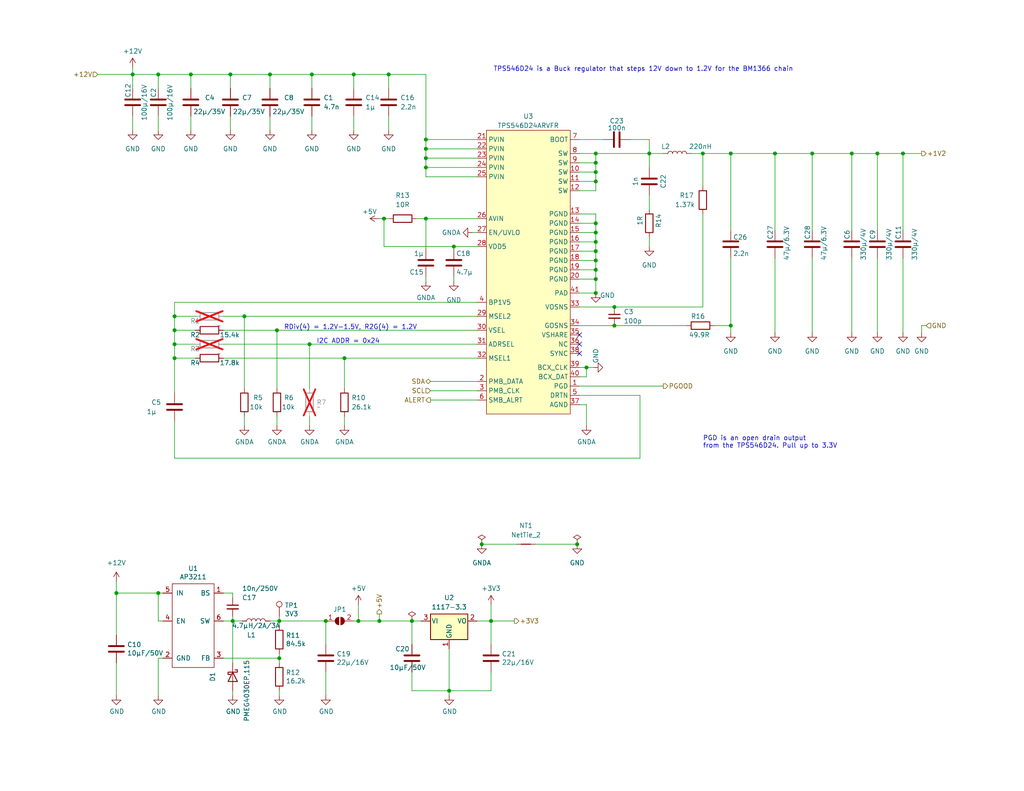
<source format=kicad_sch>
(kicad_sch (version 20231120) (generator "eeschema") (generator_version "8.0")
  (paper "A")
  (title_block (title "bitaxeHex") (date "2023-12-28") (rev "302"))
  (lib_symbols
    (symbol "Connector:TestPoint" (pin_numbers hide) (pin_names (offset 0.762) hide)
      (property "Reference" "TP" (at 0 6.858 0))
      (property "Value" "TestPoint" (at 0 5.08 0))
      (symbol "TestPoint_0_1"
        (circle (center 0 3.302) (radius 0.762))
      )
      (symbol "TestPoint_1_1"
        (pin passive line (at 0 0 90) (length 2.54) (name "1") (number "1"))
      )
    )
    (symbol "Device:C" (pin_numbers hide) (pin_names (offset 0.254))
      (property "Reference" "C" (at 0.635 2.54 0))
      (property "Value" "C" (at 0.635 -2.54 0))
      (symbol "C_0_1"
        (polyline (pts (xy -2.032 -0.762) (xy 2.032 -0.762)) (stroke (width 0.508)))
        (polyline (pts (xy -2.032 0.762) (xy 2.032 0.762)) (stroke (width 0.508)))
      )
      (symbol "C_1_1"
        (pin passive line (at 0 3.81 270) (length 2.794) (name "~") (number "1"))
        (pin passive line (at 0 -3.81 90) (length 2.794) (name "~") (number "2"))
      )
    )
    (symbol "Device:C_Small" (pin_numbers hide) (pin_names (offset 0.254) hide)
      (property "Reference" "C" (at 0.254 1.778 0))
      (property "Value" "C_Small" (at 0.254 -2.032 0))
      (symbol "C_Small_0_1"
        (polyline (pts (xy -1.524 -0.508) (xy 1.524 -0.508)) (stroke (width 0.3302)))
        (polyline (pts (xy -1.524 0.508) (xy 1.524 0.508)) (stroke (width 0.3048)))
      )
      (symbol "C_Small_1_1"
        (pin passive line (at 0 2.54 270) (length 2.032) (name "~") (number "1"))
        (pin passive line (at 0 -2.54 90) (length 2.032) (name "~") (number "2"))
      )
    )
    (symbol "Device:D_Schottky" (pin_numbers hide) (pin_names (offset 1.016) hide)
      (property "Reference" "D" (at 0 2.54 0))
      (property "Value" "D_Schottky" (at 0 -2.54 0))
      (symbol "D_Schottky_0_1"
        (polyline (pts (xy 1.27 0) (xy -1.27 0)))
        (polyline (pts (xy 1.27 1.27) (xy 1.27 -1.27) (xy -1.27 0) (xy 1.27 1.27)) (stroke (width 0.254)))
        (polyline (pts (xy -1.905 0.635) (xy -1.905 1.27) (xy -1.27 1.27) (xy -1.27 -1.27) (xy -0.635 -1.27) (xy -0.635 -0.635)) (stroke (width 0.254)))
      )
      (symbol "D_Schottky_1_1"
        (pin passive line (at -3.81 0 0) (length 2.54) (name "K") (number "1"))
        (pin passive line (at 3.81 0 180) (length 2.54) (name "A") (number "2"))
      )
    )
    (symbol "Device:L" (pin_numbers hide) (pin_names (offset 1.016) hide)
      (property "Reference" "L" (at -1.27 0 90))
      (property "Value" "L" (at 1.905 0 90))
      (symbol "L_0_1"
        (arc (start 0 -2.54) (mid 0.6323 -1.905) (end 0 -1.27))
        (arc (start 0 -1.27) (mid 0.6323 -0.635) (end 0 0))
        (arc (start 0 0) (mid 0.6323 0.635) (end 0 1.27))
        (arc (start 0 1.27) (mid 0.6323 1.905) (end 0 2.54))
      )
      (symbol "L_1_1"
        (pin passive line (at 0 3.81 270) (length 1.27) (name "1") (number "1"))
        (pin passive line (at 0 -3.81 90) (length 1.27) (name "2") (number "2"))
      )
    )
    (symbol "Device:NetTie_2" (pin_numbers hide) (pin_names (offset 0) hide) (in_bom no)
      (property "Reference" "NT" (at 0 1.27 0))
      (property "Value" "NetTie_2" (at 0 -1.27 0))
      (symbol "NetTie_2_0_1"
        (polyline (pts (xy -1.27 0) (xy 1.27 0)) (stroke (width 0.254)))
      )
      (symbol "NetTie_2_1_1"
        (pin passive line (at -2.54 0 0) (length 2.54) (name "1") (number "1"))
        (pin passive line (at 2.54 0 180) (length 2.54) (name "2") (number "2"))
      )
    )
    (symbol "Device:R" (pin_numbers hide) (pin_names (offset 0))
      (property "Reference" "R" (at 2.032 0 90))
      (property "Value" "R" (at 0 0 90))
      (symbol "R_0_1"
        (rectangle (start -1.016 -2.54) (end 1.016 2.54) (stroke (width 0.254)))
      )
      (symbol "R_1_1"
        (pin passive line (at 0 3.81 270) (length 1.27) (name "~") (number "1"))
        (pin passive line (at 0 -3.81 90) (length 1.27) (name "~") (number "2"))
      )
    )
    (symbol "Jumper:SolderJumper_2_Open" (pin_names (offset 0) hide)
      (property "Reference" "JP" (at 0 2.032 0))
      (property "Value" "SolderJumper_2_Open" (at 0 -2.54 0))
      (symbol "SolderJumper_2_Open_0_1"
        (arc (start -0.254 1.016) (mid -1.2656 0) (end -0.254 -1.016))
        (arc (start -0.254 1.016) (mid -1.2656 0) (end -0.254 -1.016) (fill (type outline)))
        (polyline (pts (xy -0.254 1.016) (xy -0.254 -1.016)))
        (polyline (pts (xy 0.254 1.016) (xy 0.254 -1.016)))
        (arc (start 0.254 -1.016) (mid 1.2656 0) (end 0.254 1.016))
        (arc (start 0.254 -1.016) (mid 1.2656 0) (end 0.254 1.016) (fill (type outline)))
      )
      (symbol "SolderJumper_2_Open_1_1"
        (pin passive line (at -3.81 0 0) (length 2.54) (name "A") (number "1"))
        (pin passive line (at 3.81 0 180) (length 2.54) (name "B") (number "2"))
      )
    )
    (symbol "Regulator_Linear:AZ1117-3.3" (pin_names (offset 0.254))
      (property "Reference" "U" (at -3.81 3.175 0))
      (property "Value" "AZ1117-3.3" (at 0 3.175 0))
      (symbol "AZ1117-3.3_0_1"
        (rectangle (start -5.08 1.905) (end 5.08 -5.08) (stroke (width 0.254)) (fill (type background)))
      )
      (symbol "AZ1117-3.3_1_1"
        (pin power_in line (at 0 -7.62 90) (length 2.54) (name "GND") (number "1"))
        (pin power_out line (at 7.62 0 180) (length 2.54) (name "VO") (number "2"))
        (pin power_in line (at -7.62 0 0) (length 2.54) (name "VI") (number "3"))
      )
    )
    (symbol "mylib7:TPS546D24"
      (property "Reference" "U3" (at 0 45.72 0))
      (property "Value" "TPS546D24ARVFR" (at 0 43.18 0))
      (symbol "TPS546D24_0_1"
        (rectangle (start -11.43 41.91) (end 11.43 -35.56) (stroke (width 0.1524)) (fill (type background)))
      )
      (symbol "TPS546D24_1_1"
        (pin input line (at 13.97 -27.94 180) (length 2.54) (name "PGD") (number "1"))
        (pin power_in line (at 13.97 30.48 180) (length 2.54) (name "SW") (number "10"))
        (pin output line (at 13.97 27.94 180) (length 2.54) (name "SW") (number "11"))
        (pin power_out line (at 13.97 25.4 180) (length 2.54) (name "SW") (number "12"))
        (pin output line (at 13.97 19.05 180) (length 2.54) (name "PGND") (number "13"))
        (pin output line (at 13.97 16.51 180) (length 2.54) (name "PGND") (number "14"))
        (pin input line (at 13.97 13.97 180) (length 2.54) (name "PGND") (number "15"))
        (pin input line (at 13.97 11.43 180) (length 2.54) (name "PGND") (number "16"))
        (pin power_in line (at 13.97 8.89 180) (length 2.54) (name "PGND") (number "17"))
        (pin input line (at 13.97 6.35 180) (length 2.54) (name "PGND") (number "18"))
        (pin input line (at 13.97 3.81 180) (length 2.54) (name "PGND") (number "19"))
        (pin input line (at -13.97 -26.67 0) (length 2.54) (name "PMB_DATA") (number "2"))
        (pin power_in line (at 13.97 1.27 180) (length 2.54) (name "PGND") (number "20"))
        (pin input line (at -13.97 39.37 0) (length 2.54) (name "PVIN") (number "21"))
        (pin input line (at -13.97 36.83 0) (length 2.54) (name "PVIN") (number "22"))
        (pin input line (at -13.97 34.29 0) (length 2.54) (name "PVIN") (number "23"))
        (pin input line (at -13.97 31.75 0) (length 2.54) (name "PVIN") (number "24"))
        (pin input line (at -13.97 29.21 0) (length 2.54) (name "PVIN") (number "25"))
        (pin input line (at -13.97 17.78 0) (length 2.54) (name "AVIN") (number "26"))
        (pin input line (at -13.97 13.97 0) (length 2.54) (name "EN/UVLO") (number "27"))
        (pin output line (at -13.97 10.16 0) (length 2.54) (name "VDD5") (number "28"))
        (pin power_in line (at -13.97 -8.89 0) (length 2.54) (name "MSEL2") (number "29"))
        (pin input line (at -13.97 -29.21 0) (length 2.54) (name "PMB_CLK") (number "3"))
        (pin power_in line (at -13.97 -12.7 0) (length 2.54) (name "VSEL") (number "30"))
        (pin output line (at -13.97 -16.51 0) (length 2.54) (name "ADRSEL") (number "31"))
        (pin power_out line (at -13.97 -20.32 0) (length 2.54) (name "MSEL1") (number "32"))
        (pin output line (at 13.97 -6.35 180) (length 2.54) (name "VOSNS") (number "33"))
        (pin output line (at 13.97 -11.43 180) (length 2.54) (name "GOSNS") (number "34"))
        (pin input line (at 13.97 -13.97 180) (length 2.54) (name "VSHARE") (number "35"))
        (pin input line (at 13.97 -16.51 180) (length 2.54) (name "NC") (number "36"))
        (pin power_in line (at 13.97 -33.02 180) (length 2.54) (name "AGND") (number "37"))
        (pin input line (at 13.97 -19.05 180) (length 2.54) (name "SYNC") (number "38"))
        (pin input line (at 13.97 -22.86 180) (length 2.54) (name "BCX_CLK") (number "39"))
        (pin input line (at -13.97 -5.08 0) (length 2.54) (name "BP1V5") (number "4"))
        (pin input line (at 13.97 -25.4 180) (length 2.54) (name "BCX_DAT") (number "40"))
        (pin power_in line (at 13.97 -2.54 180) (length 2.54) (name "PAD") (number "41"))
        (pin input line (at 13.97 -30.48 180) (length 2.54) (name "DRTN") (number "5"))
        (pin input line (at -13.97 -31.75 0) (length 2.54) (name "SMB_ALRT") (number "6"))
        (pin input line (at 13.97 39.37 180) (length 2.54) (name "BOOT") (number "7"))
        (pin output line (at 13.97 35.56 180) (length 2.54) (name "SW") (number "8"))
        (pin power_in line (at 13.97 33.02 180) (length 2.54) (name "SW") (number "9"))
      )
    )
    (symbol "pferdibank-rescue:AP3211-mylib" (pin_names (offset 1.016))
      (property "Reference" "U" (at -5.08 11.43 0))
      (property "Value" "mylib_AP3211" (at 0 -15.24 0))
      (symbol "AP3211-mylib_0_1"
        (rectangle (start -6.35 10.16) (end 5.08 -12.7))
      )
      (symbol "AP3211-mylib_1_1"
        (pin passive line (at 7.62 7.62 180) (length 2.54) (name "BS") (number "1"))
        (pin power_in line (at -8.89 -10.16 0) (length 2.54) (name "GND") (number "2"))
        (pin input line (at 7.62 -10.16 180) (length 2.54) (name "FB") (number "3"))
        (pin input line (at -8.89 0 0) (length 2.54) (name "EN") (number "4"))
        (pin input line (at -8.89 7.62 0) (length 2.54) (name "IN") (number "5"))
        (pin power_out line (at 7.62 0 180) (length 2.54) (name "SW") (number "6"))
      )
    )
    (symbol "power:+12V" (power) (pin_names (offset 0))
      (property "Value" "+12V" (at 0 3.556 0))
      (symbol "+12V_0_1"
        (polyline (pts (xy -0.762 1.27) (xy 0 2.54)))
        (polyline (pts (xy 0 0) (xy 0 2.54)))
        (polyline (pts (xy 0 2.54) (xy 0.762 1.27)))
      )
      (symbol "+12V_1_1"
        (pin power_in line (at 0 0 90) (length 0) hide (name "+12V") (number "1"))
      )
    )
    (symbol "power:+3V3" (power) (pin_names (offset 0))
      (property "Value" "+3V3" (at 0 3.556 0))
      (symbol "+3V3_0_1"
        (polyline (pts (xy -0.762 1.27) (xy 0 2.54)))
        (polyline (pts (xy 0 0) (xy 0 2.54)))
        (polyline (pts (xy 0 2.54) (xy 0.762 1.27)))
      )
      (symbol "+3V3_1_1"
        (pin power_in line (at 0 0 90) (length 0) hide (name "+3V3") (number "1"))
      )
    )
    (symbol "power:+5V" (power) (pin_names (offset 0))
      (property "Value" "+5V" (at 0 3.556 0))
      (symbol "+5V_0_1"
        (polyline (pts (xy -0.762 1.27) (xy 0 2.54)))
        (polyline (pts (xy 0 0) (xy 0 2.54)))
        (polyline (pts (xy 0 2.54) (xy 0.762 1.27)))
      )
      (symbol "+5V_1_1"
        (pin power_in line (at 0 0 90) (length 0) hide (name "+5V") (number "1"))
      )
    )
    (symbol "power:GND" (power) (pin_names (offset 0))
      (property "Value" "GND" (at 0 -3.81 0))
      (symbol "GND_0_1"
        (polyline (pts (xy 0 0) (xy 0 -1.27) (xy 1.27 -1.27) (xy 0 -2.54) (xy -1.27 -1.27) (xy 0 -1.27)))
      )
      (symbol "GND_1_1"
        (pin power_in line (at 0 0 270) (length 0) hide (name "GND") (number "1"))
      )
    )
    (symbol "power:GNDA" (power) (pin_names (offset 0))
      (property "Value" "GNDA" (at 0 -3.81 0))
      (symbol "GNDA_0_1"
        (polyline (pts (xy 0 0) (xy 0 -1.27) (xy 1.27 -1.27) (xy 0 -2.54) (xy -1.27 -1.27) (xy 0 -1.27)))
      )
      (symbol "GNDA_1_1"
        (pin power_in line (at 0 0 270) (length 0) hide (name "GNDA") (number "1"))
      )
    )
    (symbol "power:PWR_FLAG" (power) (pin_numbers hide) (pin_names (offset 0) hide)
      (property "Value" "PWR_FLAG" (at 0 3.81 0))
      (symbol "PWR_FLAG_0_0"
        (pin power_out line (at 0 0 90) (length 0) (name "pwr") (number "1"))
      )
      (symbol "PWR_FLAG_0_1"
        (polyline (pts (xy 0 0) (xy 0 1.27) (xy -1.016 1.905) (xy 0 2.54) (xy 1.016 1.905) (xy 0 1.27)))
      )
    )
  )
  (junction (at 43.18 20.32))
  (junction (at 199.39 88.9))
  (junction (at 47.625 90.17))
  (junction (at 116.205 59.69))
  (junction (at 232.41 41.91))
  (junction (at 116.205 40.64))
  (junction (at 36.195 20.32))
  (junction (at 246.38 41.91))
  (junction (at 133.985 169.545))
  (junction (at 85.09 20.32))
  (junction (at 76.2 169.545))
  (junction (at 66.675 86.36))
  (junction (at 47.625 93.98))
  (junction (at 162.56 71.12))
  (junction (at 116.205 38.1))
  (junction (at 162.56 41.91))
  (junction (at 104.775 59.69))
  (junction (at 131.445 148.59))
  (junction (at 62.865 20.32))
  (junction (at 162.56 49.53))
  (junction (at 63.5 169.545))
  (junction (at 162.56 46.99))
  (junction (at 88.9 169.545))
  (junction (at 167.64 83.82))
  (junction (at 177.165 41.91))
  (junction (at 162.56 44.45))
  (junction (at 157.48 148.59))
  (junction (at 162.56 76.2))
  (junction (at 211.455 41.91))
  (junction (at 162.56 60.96))
  (junction (at 162.56 80.01))
  (junction (at 162.56 68.58))
  (junction (at 103.505 169.545))
  (junction (at 221.615 41.91))
  (junction (at 112.395 169.545))
  (junction (at 73.66 20.32))
  (junction (at 47.625 86.36))
  (junction (at 199.39 41.91))
  (junction (at 106.045 20.32))
  (junction (at 116.205 45.72))
  (junction (at 123.825 67.31))
  (junction (at 162.56 73.66))
  (junction (at 84.455 93.98))
  (junction (at 116.205 43.18))
  (junction (at 162.56 63.5))
  (junction (at 122.555 188.595))
  (junction (at 96.52 20.32))
  (junction (at 167.64 88.9))
  (junction (at 52.07 20.32))
  (junction (at 75.565 90.17))
  (junction (at 47.625 97.79))
  (junction (at 239.395 41.91))
  (junction (at 43.18 161.925))
  (junction (at 191.77 41.91))
  (junction (at 160.02 100.33))
  (junction (at 162.56 66.04))
  (junction (at 31.75 161.925))
  (junction (at 93.98 97.79))
  (junction (at 76.2 179.705))
  (junction (at 97.79 169.545))
  (no_connect (at 158.115 96.52))
  (no_connect (at 158.115 91.44))
  (no_connect (at 158.115 93.98))
  (wire (pts (xy 130.175 48.26) (xy 116.205 48.26)))
  (wire (pts (xy 104.775 59.69) (xy 106.045 59.69)))
  (wire (pts (xy 131.445 148.59) (xy 140.97 148.59)))
  (wire (pts (xy 167.64 83.82) (xy 191.77 83.82)))
  (wire (pts (xy 232.41 70.485) (xy 232.41 90.805)))
  (wire (pts (xy 162.56 71.12) (xy 162.56 73.66)))
  (wire (pts (xy 84.455 93.98) (xy 130.175 93.98)))
  (wire (pts (xy 36.195 20.32) (xy 43.18 20.32)))
  (wire (pts (xy 36.195 31.75) (xy 36.195 35.56)))
  (wire (pts (xy 76.2 168.275) (xy 76.2 169.545)))
  (wire (pts (xy 158.115 88.9) (xy 167.64 88.9)))
  (wire (pts (xy 47.625 93.98) (xy 47.625 90.17)))
  (wire (pts (xy 62.865 20.32) (xy 52.07 20.32)))
  (wire (pts (xy 162.56 66.04) (xy 162.56 68.58)))
  (wire (pts (xy 158.115 60.96) (xy 162.56 60.96)))
  (wire (pts (xy 84.455 113.665) (xy 84.455 116.205)))
  (wire (pts (xy 103.505 169.545) (xy 112.395 169.545)))
  (wire (pts (xy 160.02 100.33) (xy 161.925 100.33)))
  (wire (pts (xy 158.115 52.07) (xy 162.56 52.07)))
  (wire (pts (xy 43.18 179.705) (xy 44.45 179.705)))
  (wire (pts (xy 177.165 53.34) (xy 177.165 57.15)))
  (wire (pts (xy 133.985 165.1) (xy 133.985 169.545)))
  (wire (pts (xy 191.77 41.91) (xy 199.39 41.91)))
  (wire (pts (xy 158.115 73.66) (xy 162.56 73.66)))
  (wire (pts (xy 52.07 31.75) (xy 52.07 35.56)))
  (wire (pts (xy 162.56 60.96) (xy 162.56 63.5)))
  (wire (pts (xy 211.455 41.91) (xy 221.615 41.91)))
  (wire (pts (xy 174.625 125.095) (xy 174.625 107.95)))
  (wire (pts (xy 43.18 189.865) (xy 43.18 179.705)))
  (wire (pts (xy 221.615 41.91) (xy 232.41 41.91)))
  (wire (pts (xy 97.79 165.1) (xy 97.79 169.545)))
  (wire (pts (xy 158.115 38.1) (xy 164.465 38.1)))
  (wire (pts (xy 162.56 52.07) (xy 162.56 49.53)))
  (wire (pts (xy 112.395 175.895) (xy 112.395 169.545)))
  (wire (pts (xy 246.38 41.91) (xy 251.46 41.91)))
  (wire (pts (xy 177.165 41.91) (xy 177.165 45.72)))
  (wire (pts (xy 47.625 97.79) (xy 53.34 97.79)))
  (wire (pts (xy 116.205 20.32) (xy 106.045 20.32)))
  (wire (pts (xy 60.96 97.79) (xy 93.98 97.79)))
  (wire (pts (xy 122.555 188.595) (xy 133.985 188.595)))
  (wire (pts (xy 191.77 41.91) (xy 191.77 50.8)))
  (wire (pts (xy 31.75 189.865) (xy 31.75 180.975)))
  (wire (pts (xy 66.675 113.665) (xy 66.675 116.205)))
  (wire (pts (xy 211.455 41.91) (xy 211.455 62.865)))
  (wire (pts (xy 246.38 70.485) (xy 246.38 90.805)))
  (wire (pts (xy 63.5 161.925) (xy 63.5 163.195)))
  (wire (pts (xy 26.67 20.32) (xy 36.195 20.32)))
  (wire (pts (xy 116.205 38.1) (xy 130.175 38.1)))
  (wire (pts (xy 60.96 161.925) (xy 63.5 161.925)))
  (wire (pts (xy 128.905 63.5) (xy 130.175 63.5)))
  (wire (pts (xy 191.77 58.42) (xy 191.77 83.82)))
  (wire (pts (xy 221.615 70.485) (xy 221.615 90.805)))
  (wire (pts (xy 47.625 90.17) (xy 53.34 90.17)))
  (wire (pts (xy 63.5 189.865) (xy 63.5 188.595)))
  (wire (pts (xy 116.205 40.64) (xy 130.175 40.64)))
  (wire (pts (xy 47.625 93.98) (xy 53.34 93.98)))
  (wire (pts (xy 47.625 97.79) (xy 47.625 93.98)))
  (wire (pts (xy 158.115 46.99) (xy 162.56 46.99)))
  (wire (pts (xy 158.115 71.12) (xy 162.56 71.12)))
  (wire (pts (xy 199.39 41.91) (xy 199.39 62.865)))
  (wire (pts (xy 73.66 20.32) (xy 73.66 24.13)))
  (wire (pts (xy 162.56 44.45) (xy 162.56 41.91)))
  (wire (pts (xy 93.98 97.79) (xy 130.175 97.79)))
  (wire (pts (xy 160.02 102.87) (xy 160.02 100.33)))
  (wire (pts (xy 246.38 62.865) (xy 246.38 41.91)))
  (wire (pts (xy 158.115 41.91) (xy 162.56 41.91)))
  (wire (pts (xy 73.66 20.32) (xy 85.09 20.32)))
  (wire (pts (xy 133.985 188.595) (xy 133.985 183.515)))
  (wire (pts (xy 36.195 18.415) (xy 36.195 20.32)))
  (wire (pts (xy 133.985 169.545) (xy 140.335 169.545)))
  (wire (pts (xy 160.02 110.49) (xy 160.02 116.205)))
  (wire (pts (xy 211.455 70.485) (xy 211.455 90.805)))
  (wire (pts (xy 177.165 64.77) (xy 177.165 67.31)))
  (wire (pts (xy 158.115 100.33) (xy 160.02 100.33)))
  (wire (pts (xy 106.045 20.32) (xy 106.045 24.13)))
  (wire (pts (xy 167.64 88.9) (xy 187.325 88.9)))
  (wire (pts (xy 117.475 104.14) (xy 130.175 104.14)))
  (wire (pts (xy 251.46 90.805) (xy 251.46 88.9)))
  (wire (pts (xy 199.39 41.91) (xy 211.455 41.91)))
  (wire (pts (xy 76.2 189.865) (xy 76.2 188.595)))
  (wire (pts (xy 76.2 170.815) (xy 76.2 169.545)))
  (wire (pts (xy 47.625 90.17) (xy 47.625 86.36)))
  (wire (pts (xy 122.555 177.165) (xy 122.555 188.595)))
  (wire (pts (xy 122.555 188.595) (xy 122.555 189.865)))
  (wire (pts (xy 60.96 86.36) (xy 66.675 86.36)))
  (wire (pts (xy 239.395 62.865) (xy 239.395 41.91)))
  (wire (pts (xy 76.2 179.705) (xy 76.2 178.435)))
  (wire (pts (xy 47.625 86.36) (xy 53.34 86.36)))
  (wire (pts (xy 162.56 68.58) (xy 162.56 71.12)))
  (wire (pts (xy 123.825 75.565) (xy 123.825 76.835)))
  (wire (pts (xy 199.39 88.9) (xy 199.39 90.805)))
  (wire (pts (xy 177.165 41.91) (xy 180.975 41.91)))
  (wire (pts (xy 162.56 41.91) (xy 177.165 41.91)))
  (wire (pts (xy 116.205 43.18) (xy 130.175 43.18)))
  (wire (pts (xy 116.205 38.1) (xy 116.205 40.64)))
  (wire (pts (xy 36.195 20.32) (xy 36.195 24.13)))
  (wire (pts (xy 162.56 46.99) (xy 162.56 44.45)))
  (wire (pts (xy 43.18 161.925) (xy 43.18 169.545)))
  (wire (pts (xy 239.395 70.485) (xy 239.395 90.805)))
  (wire (pts (xy 47.625 125.095) (xy 174.625 125.095)))
  (wire (pts (xy 162.56 76.2) (xy 158.115 76.2)))
  (wire (pts (xy 76.2 180.975) (xy 76.2 179.705)))
  (wire (pts (xy 47.625 107.315) (xy 47.625 97.79)))
  (wire (pts (xy 75.565 90.17) (xy 130.175 90.17)))
  (wire (pts (xy 158.115 110.49) (xy 160.02 110.49)))
  (wire (pts (xy 31.75 158.75) (xy 31.75 161.925)))
  (wire (pts (xy 174.625 107.95) (xy 158.115 107.95)))
  (wire (pts (xy 123.825 67.31) (xy 130.175 67.31)))
  (wire (pts (xy 158.115 66.04) (xy 162.56 66.04)))
  (wire (pts (xy 116.205 59.69) (xy 116.205 67.945)))
  (wire (pts (xy 113.665 59.69) (xy 116.205 59.69)))
  (wire (pts (xy 96.52 20.32) (xy 85.09 20.32)))
  (wire (pts (xy 63.5 169.545) (xy 63.5 168.275)))
  (wire (pts (xy 73.66 20.32) (xy 62.865 20.32)))
  (wire (pts (xy 146.05 148.59) (xy 157.48 148.59)))
  (wire (pts (xy 106.045 20.32) (xy 96.52 20.32)))
  (wire (pts (xy 116.205 45.72) (xy 130.175 45.72)))
  (wire (pts (xy 47.625 82.55) (xy 130.175 82.55)))
  (wire (pts (xy 116.205 40.64) (xy 116.205 43.18)))
  (wire (pts (xy 97.79 169.545) (xy 103.505 169.545)))
  (wire (pts (xy 251.46 88.9) (xy 252.73 88.9)))
  (wire (pts (xy 117.475 106.68) (xy 130.175 106.68)))
  (wire (pts (xy 123.825 67.945) (xy 123.825 67.31)))
  (wire (pts (xy 47.625 86.36) (xy 47.625 82.55)))
  (wire (pts (xy 52.07 20.32) (xy 52.07 24.13)))
  (wire (pts (xy 88.9 189.865) (xy 88.9 183.515)))
  (wire (pts (xy 116.205 43.18) (xy 116.205 45.72)))
  (wire (pts (xy 66.675 86.36) (xy 130.175 86.36)))
  (wire (pts (xy 221.615 41.91) (xy 221.615 62.865)))
  (wire (pts (xy 104.775 59.69) (xy 104.775 67.31)))
  (wire (pts (xy 188.595 41.91) (xy 191.77 41.91)))
  (wire (pts (xy 239.395 41.91) (xy 246.38 41.91)))
  (wire (pts (xy 116.205 45.72) (xy 116.205 48.26)))
  (wire (pts (xy 116.205 75.565) (xy 116.205 76.835)))
  (wire (pts (xy 88.9 175.895) (xy 88.9 169.545)))
  (wire (pts (xy 104.775 67.31) (xy 123.825 67.31)))
  (wire (pts (xy 66.675 86.36) (xy 66.675 106.045)))
  (wire (pts (xy 232.41 41.91) (xy 239.395 41.91)))
  (wire (pts (xy 93.98 116.205) (xy 93.98 113.665)))
  (wire (pts (xy 158.115 102.87) (xy 160.02 102.87)))
  (wire (pts (xy 62.865 31.75) (xy 62.865 35.56)))
  (wire (pts (xy 158.115 63.5) (xy 162.56 63.5)))
  (wire (pts (xy 31.75 173.355) (xy 31.75 161.925)))
  (wire (pts (xy 112.395 188.595) (xy 112.395 183.515)))
  (wire (pts (xy 232.41 62.865) (xy 232.41 41.91)))
  (wire (pts (xy 112.395 169.545) (xy 114.935 169.545)))
  (wire (pts (xy 130.175 169.545) (xy 133.985 169.545)))
  (wire (pts (xy 177.165 38.1) (xy 177.165 41.91)))
  (wire (pts (xy 158.115 83.82) (xy 167.64 83.82)))
  (wire (pts (xy 103.505 59.69) (xy 104.775 59.69)))
  (wire (pts (xy 116.205 59.69) (xy 130.175 59.69)))
  (wire (pts (xy 194.945 88.9) (xy 199.39 88.9)))
  (wire (pts (xy 75.565 113.665) (xy 75.565 116.205)))
  (wire (pts (xy 117.475 109.22) (xy 130.175 109.22)))
  (wire (pts (xy 162.56 58.42) (xy 162.56 60.96)))
  (wire (pts (xy 88.9 169.545) (xy 76.2 169.545)))
  (wire (pts (xy 31.75 161.925) (xy 43.18 161.925)))
  (wire (pts (xy 162.56 49.53) (xy 162.56 46.99)))
  (wire (pts (xy 60.96 93.98) (xy 84.455 93.98)))
  (wire (pts (xy 63.5 180.975) (xy 63.5 169.545)))
  (wire (pts (xy 112.395 188.595) (xy 122.555 188.595)))
  (wire (pts (xy 158.115 44.45) (xy 162.56 44.45)))
  (wire (pts (xy 97.79 169.545) (xy 96.52 169.545)))
  (wire (pts (xy 162.56 73.66) (xy 162.56 76.2)))
  (wire (pts (xy 85.09 31.75) (xy 85.09 35.56)))
  (wire (pts (xy 43.18 20.32) (xy 43.18 24.13)))
  (wire (pts (xy 172.085 38.1) (xy 177.165 38.1)))
  (wire (pts (xy 43.18 31.75) (xy 43.18 35.56)))
  (wire (pts (xy 158.115 68.58) (xy 162.56 68.58)))
  (wire (pts (xy 158.115 49.53) (xy 162.56 49.53)))
  (wire (pts (xy 93.98 97.79) (xy 93.98 106.045)))
  (wire (pts (xy 60.96 179.705) (xy 76.2 179.705)))
  (wire (pts (xy 75.565 90.17) (xy 75.565 106.045)))
  (wire (pts (xy 133.985 169.545) (xy 133.985 175.895)))
  (wire (pts (xy 199.39 70.485) (xy 199.39 88.9)))
  (wire (pts (xy 158.115 80.01) (xy 162.56 80.01)))
  (wire (pts (xy 62.865 20.32) (xy 62.865 24.13)))
  (wire (pts (xy 84.455 93.98) (xy 84.455 106.045)))
  (wire (pts (xy 103.505 167.64) (xy 103.505 169.545)))
  (wire (pts (xy 73.66 31.75) (xy 73.66 35.56)))
  (wire (pts (xy 60.96 90.17) (xy 75.565 90.17)))
  (wire (pts (xy 43.18 20.32) (xy 52.07 20.32)))
  (wire (pts (xy 158.115 58.42) (xy 162.56 58.42)))
  (wire (pts (xy 43.18 161.925) (xy 44.45 161.925)))
  (wire (pts (xy 63.5 169.545) (xy 66.04 169.545)))
  (wire (pts (xy 116.205 20.32) (xy 116.205 38.1)))
  (wire (pts (xy 96.52 31.75) (xy 96.52 35.56)))
  (wire (pts (xy 76.2 169.545) (xy 73.66 169.545)))
  (wire (pts (xy 106.045 35.56) (xy 106.045 31.75)))
  (wire (pts (xy 158.115 105.41) (xy 180.975 105.41)))
  (wire (pts (xy 85.09 20.32) (xy 85.09 24.13)))
  (wire (pts (xy 43.18 169.545) (xy 44.45 169.545)))
  (wire (pts (xy 162.56 63.5) (xy 162.56 66.04)))
  (wire (pts (xy 60.96 169.545) (xy 63.5 169.545)))
  (wire (pts (xy 96.52 20.32) (xy 96.52 24.13)))
  (wire (pts (xy 47.625 114.935) (xy 47.625 125.095)))
  (wire (pts (xy 162.56 80.01) (xy 162.56 76.2)))
  (text "TPS546D24 is a Buck regulator that steps 12V down to 1.2V for the BM1366 chain" (at 134.62 19.685 0) (effects (font (size 1.27 1.27)) (justify left bottom)))
  (text "RDiv(4) = 1.2V-1.5V, R2G(4) = 1.2V" (at 77.47 90.17 0) (effects (font (size 1.27 1.27)) (justify left bottom)))
  (text "PGD is an open drain output\nfrom the TPS546D24. Pull up to 3.3V" (at 191.77 122.555 0) (effects (font (size 1.27 1.27)) (justify left bottom)))
  (text "I2C ADDR = 0x24" (at 86.36 93.98 0) (effects (font (size 1.27 1.27)) (justify left bottom)))
  (hierarchical_label "+12V" (shape input) (at 26.67 20.32 180))
  (hierarchical_label "+1V2" (shape output) (at 251.46 41.91 0))
  (hierarchical_label "SCL" (shape input) (at 117.475 106.68 180))
  (hierarchical_label "+3V3" (shape output) (at 140.335 169.545 0))
  (hierarchical_label "GND" (shape input) (at 252.73 88.9 0))
  (hierarchical_label "SDA" (shape bidirectional) (at 117.475 104.14 180))
  (hierarchical_label "ALERT" (shape output) (at 117.475 109.22 180))
  (hierarchical_label "+5V" (shape output) (at 103.505 167.64 90))
  (hierarchical_label "PGOOD" (shape output) (at 180.975 105.41 0))
  (symbol (lib_id "Device:L") (at 69.85 169.545 90) (unit 1)
    (property "Reference" "L1" (at 68.58 173.355 90))
    (property "Value" "4.7µH/2A/3A" (at 69.85 170.815 90))
    (property "Footprint" "Inductor_SMD:L_Taiyo-Yuden_NR-50xx" (effects (hide yes)))
    (property "Distributor" "D" (effects (hide yes)))
    (property "Manufacturer" "LQH5BPN4R7NT0L" (effects (hide yes)))
    (property "OrderNr" "490-7779-1-ND" (effects (hide yes)))
  )
  (symbol (lib_id "power:+12V") (at 31.75 158.75 0) (unit 1)
    (property "Reference" "#PWR015" (effects (hide yes)))
    (property "Value" "+12V" (at 31.75 153.67 0))
  )
  (symbol (lib_id "power:GND") (at 251.46 90.805 0) (unit 1)
    (property "Reference" "#PWR023" (effects (hide yes)))
    (property "Value" "GND" (at 251.46 95.885 0))
  )
  (symbol (lib_id "Device:C") (at 168.275 38.1 90) (unit 1)
    (property "Reference" "C23" (at 168.275 33.02 90))
    (property "Value" "100n" (at 168.275 34.925 90))
    (property "Footprint" "Capacitor_SMD:C_0805_2012Metric" (effects (hide yes)))
  )
  (symbol (lib_id "power:+12V") (at 36.195 18.415 0) (unit 1)
    (property "Reference" "#PWR070" (effects (hide yes)))
    (property "Value" "+12V" (at 36.195 13.97 0))
  )
  (symbol (lib_id "power:GND") (at 88.9 189.865 0) (unit 1)
    (property "Reference" "#PWR032" (effects (hide yes)))
    (property "Value" "GND" (at 89.027 194.2592 0))
  )
  (symbol (lib_id "power:GND") (at 199.39 90.805 0) (unit 1)
    (property "Reference" "#PWR019" (effects (hide yes)))
    (property "Value" "GND" (at 199.39 95.885 0))
  )
  (symbol (lib_id "Device:L") (at 184.785 41.91 90) (unit 1)
    (property "Reference" "L2" (at 181.61 40.005 90))
    (property "Value" "220nH" (at 191.135 40.005 90))
    (property "Footprint" "myfootprints:IFLR-4031GC-01-8x10" (effects (hide yes)))
    (property "Manufacturer" "FP1008R5-R220-R" (effects (hide yes)))
    (property "OrderNr" "283-FP1008R5-R220-RCT-ND" (effects (hide yes)))
    (property "Distributor" "D" (effects (hide yes)))
  )
  (symbol (lib_id "power:GND") (at 246.38 90.805 0) (unit 1)
    (property "Reference" "#PWR026" (effects (hide yes)))
    (property "Value" "GND" (at 246.38 95.885 0))
  )
  (symbol (lib_id "Device:C") (at 31.75 177.165 0) (unit 1)
    (property "Reference" "C10" (at 34.671 175.9966 0) (effects (justify left)))
    (property "Value" "10µF/50V" (at 34.671 178.308 0) (effects (justify left)))
    (property "Footprint" "Capacitor_SMD:C_1206_3216Metric" (effects (hide yes)))
  )
  (symbol (lib_id "power:GND") (at 221.615 90.805 0) (unit 1)
    (property "Reference" "#PWR021" (effects (hide yes)))
    (property "Value" "GND" (at 221.615 95.885 0))
  )
  (symbol (lib_id "Device:R") (at 57.15 93.98 90) (unit 1) (dnp yes)
    (property "Reference" "R3" (at 54.61 95.25 90) (effects (justify left)))
    (property "Value" "~" (at 60.325 96.52 90) (effects (justify left)))
    (property "Footprint" "Resistor_SMD:R_0805_2012Metric" (effects (hide yes)))
    (property "Distributor" "-" (effects (hide yes)))
  )
  (symbol (lib_id "power:GNDA") (at 116.205 76.835 0) (unit 1)
    (property "Reference" "#PWR010" (effects (hide yes)))
    (property "Value" "GNDA" (at 116.205 81.28 0))
  )
  (symbol (lib_id "power:GNDA") (at 84.455 116.205 0) (unit 1)
    (property "Reference" "#PWR04" (effects (hide yes)))
    (property "Value" "GNDA" (at 84.455 120.65 0))
  )
  (symbol (lib_id "power:GND") (at 211.455 90.805 0) (unit 1)
    (property "Reference" "#PWR020" (effects (hide yes)))
    (property "Value" "GND" (at 211.455 95.885 0))
  )
  (symbol (lib_id "power:PWR_FLAG") (at 157.48 148.59 0) (unit 1)
    (property "Reference" "#FLG03" (effects (hide yes)))
    (property "Value" "PWR_FLAG" (effects (hide yes)))
  )
  (symbol (lib_id "power:GND") (at 52.07 35.56 0) (unit 1)
    (property "Reference" "#PWR012" (effects (hide yes)))
    (property "Value" "GND" (at 52.07 40.64 0))
  )
  (symbol (lib_id "Jumper:SolderJumper_2_Open") (at 92.71 169.545 0) (unit 1)
    (property "Reference" "JP1" (at 92.71 166.37 0))
    (property "Value" "SolderJumper_2_Open" (effects (hide yes)))
    (property "Footprint" "Jumper:SolderJumper-2_P1.3mm_Open_RoundedPad1.0x1.5mm" (effects (hide yes)))
    (property "Distributor" "-" (effects (hide yes)))
  )
  (symbol (lib_id "power:GND") (at 232.41 90.805 0) (unit 1)
    (property "Reference" "#PWR022" (effects (hide yes)))
    (property "Value" "GND" (at 232.41 95.885 0))
  )
  (symbol (lib_id "power:GND") (at 157.48 148.59 0) (unit 1)
    (property "Reference" "#PWR080" (effects (hide yes)))
    (property "Value" "GND" (at 157.48 153.67 0))
  )
  (symbol (lib_id "power:GND") (at 96.52 35.56 0) (unit 1)
    (property "Reference" "#PWR017" (effects (hide yes)))
    (property "Value" "GND" (at 96.52 40.64 0))
  )
  (symbol (lib_id "Device:C") (at 232.41 66.675 0) (unit 1)
    (property "Reference" "C6" (at 231.14 65.405 90) (effects (justify left)))
    (property "Value" "330µ/4V" (at 235.585 71.12 90) (effects (justify left)))
    (property "Footprint" "Capacitor_SMD:C_1210_3225Metric" (effects (hide yes)))
    (property "Distributor" "D" (effects (hide yes)))
    (property "Manufacturer" "GRM32ER60G337ME05K" (effects (hide yes)))
    (property "OrderNr" "490-GRM32ER60G337ME05KCT-ND" (effects (hide yes)))
  )
  (symbol (lib_id "Device:C") (at 239.395 66.675 0) (unit 1)
    (property "Reference" "C9" (at 238.125 65.405 90) (effects (justify left)))
    (property "Value" "330µ/4V" (at 242.57 71.12 90) (effects (justify left)))
    (property "Footprint" "Capacitor_SMD:C_1210_3225Metric" (effects (hide yes)))
    (property "Distributor" "D" (effects (hide yes)))
    (property "Manufacturer" "GRM32ER60G337ME05K" (effects (hide yes)))
    (property "OrderNr" "490-GRM32ER60G337ME05KCT-ND" (effects (hide yes)))
  )
  (symbol (lib_id "Device:R") (at 191.135 88.9 90) (unit 1)
    (property "Reference" "R16" (at 192.405 86.36 90) (effects (justify left)))
    (property "Value" "49.9R" (at 193.675 91.44 90) (effects (justify left)))
    (property "Footprint" "Resistor_SMD:R_0805_2012Metric" (effects (hide yes)))
    (property "Distributor" "D" (effects (hide yes)))
    (property "Manufacturer" "RMCF0805FT49R9" (effects (hide yes)))
    (property "OrderNr" "RMCF0805FT49R9CT-ND" (effects (hide yes)))
  )
  (symbol (lib_id "Device:C") (at 211.455 66.675 0) (unit 1)
    (property "Reference" "C27" (at 210.185 65.405 90) (effects (justify left)))
    (property "Value" "47µ/6.3V" (at 214.63 71.12 90) (effects (justify left)))
    (property "Footprint" "Capacitor_SMD:C_1210_3225Metric" (effects (hide yes)))
    (property "Distributor" "D" (effects (hide yes)))
    (property "Manufacturer" "C1210C476M9PAC7800" (effects (hide yes)))
    (property "OrderNr" "399-C1210C476M9PAC7800CT-ND" (effects (hide yes)))
  )
  (symbol (lib_id "Regulator_Linear:AZ1117-3.3") (at 122.555 169.545 0) (unit 1)
    (property "Reference" "U2" (at 122.555 163.195 0))
    (property "Value" "1117-3.3" (at 122.555 165.735 0))
    (property "Footprint" "Package_TO_SOT_SMD:SOT-223-3_TabPin2" (effects (hide yes)))
    (property "Datasheet" "https://www.diodes.com/assets/Datasheets/AZ1117.pdf" (effects (hide yes)))
    (property "Distributor" "D" (effects (hide yes)))
    (property "Manufacturer" "LM1117IMPX-3.3/NOPB" (effects (hide yes)))
    (property "OrderNr" "LM1117IMPX-3.3/NOPBCT-ND" (effects (hide yes)))
  )
  (symbol (lib_id "power:GNDA") (at 128.905 63.5 270) (unit 1)
    (property "Reference" "#PWR010" (effects (hide yes)))
    (property "Value" "GNDA" (at 125.73 63.5 90) (effects (justify right)))
  )
  (symbol (lib_id "Device:NetTie_2") (at 143.51 148.59 0) (unit 1) (in_bom no)
    (property "Reference" "NT1" (at 143.51 143.51 0))
    (property "Value" "NetTie_2" (at 143.51 146.05 0))
    (property "Footprint" "Capacitor_SMD:C_0805_2012Metric" (effects (hide yes)))
  )
  (symbol (lib_id "Device:R") (at 177.165 60.96 0) (unit 1)
    (property "Reference" "R14" (at 179.705 62.23 90) (effects (justify left)))
    (property "Value" "1R" (at 174.625 61.595 90) (effects (justify left)))
    (property "Footprint" "Resistor_SMD:R_1206_3216Metric" (effects (hide yes)))
    (property "Distributor" "D" (effects (hide yes)))
    (property "Manufacturer" "CRCW12061R00FKEAHP" (effects (hide yes)))
    (property "OrderNr" "541-1.00UCT-ND" (effects (hide yes)))
  )
  (symbol (lib_id "power:GNDA") (at 131.445 148.59 0) (unit 1)
    (property "Reference" "#PWR079" (effects (hide yes)))
    (property "Value" "GNDA" (at 131.445 153.67 0))
  )
  (symbol (lib_id "Connector:TestPoint") (at 76.2 168.275 0) (unit 1)
    (property "Reference" "TP1" (at 77.6732 165.2778 0) (effects (justify left)))
    (property "Value" "3V3" (at 77.6732 167.5892 0) (effects (justify left)))
    (property "Footprint" "TestPoint:TestPoint_Pad_2.0x2.0mm" (effects (hide yes)))
    (property "Distributor" "-" (effects (hide yes)))
  )
  (symbol (lib_id "Device:C") (at 36.195 27.94 0) (unit 1)
    (property "Reference" "C12" (at 34.925 26.67 90) (effects (justify left)))
    (property "Value" "100µ/16V" (at 39.37 33.02 90) (effects (justify left)))
    (property "Footprint" "Capacitor_SMD:C_1210_3225Metric" (effects (hide yes)))
    (property "Distributor" "D" (effects (hide yes)))
    (property "Manufacturer" "EMK325ABJ107MM-T" (effects (hide yes)))
    (property "OrderNr" "587-3152-1-ND" (effects (hide yes)))
  )
  (symbol (lib_id "pferdibank-rescue:AP3211-mylib") (at 53.34 169.545 0) (unit 1)
    (property "Reference" "U1" (at 52.705 155.194 0))
    (property "Value" "AP3211" (at 52.705 157.5054 0))
    (property "Footprint" "Package_TO_SOT_SMD:SOT-23-6" (effects (hide yes)))
    (property "Distributor" "D" (effects (hide yes)))
    (property "Manufacturer" "AP3211KTR-G1" (effects (hide yes)))
    (property "OrderNr" "AP3211KTR-G1DICT-ND" (effects (hide yes)))
  )
  (symbol (lib_id "power:GND") (at 85.09 35.56 0) (unit 1)
    (property "Reference" "#PWR016" (effects (hide yes)))
    (property "Value" "GND" (at 85.09 40.64 0))
  )
  (symbol (lib_id "Device:R") (at 109.855 59.69 270) (unit 1)
    (property "Reference" "R13" (at 109.855 53.34 90))
    (property "Value" "10R" (at 109.855 55.88 90))
    (property "Footprint" "Resistor_SMD:R_0805_2012Metric" (effects (hide yes)))
    (property "Distributor" "D" (effects (hide yes)))
    (property "Manufacturer" "RC0805FR-0710RL" (effects (hide yes)))
    (property "OrderNr" "311-10.0CRCT-ND" (effects (hide yes)))
  )
  (symbol (lib_id "power:GND") (at 122.555 189.865 0) (unit 1)
    (property "Reference" "#PWR034" (effects (hide yes)))
    (property "Value" "GND" (at 122.682 194.2592 0))
  )
  (symbol (lib_id "Device:C") (at 199.39 66.675 0) (unit 1)
    (property "Reference" "C26" (at 200.025 64.77 0) (effects (justify left)))
    (property "Value" "2.2n" (at 200.025 69.215 0) (effects (justify left)))
    (property "Footprint" "Capacitor_SMD:C_0805_2012Metric" (effects (hide yes)))
  )
  (symbol (lib_id "Device:C") (at 246.38 66.675 0) (unit 1)
    (property "Reference" "C11" (at 245.11 65.405 90) (effects (justify left)))
    (property "Value" "330µ/4V" (at 249.555 71.12 90) (effects (justify left)))
    (property "Footprint" "Capacitor_SMD:C_1210_3225Metric" (effects (hide yes)))
    (property "Distributor" "D" (effects (hide yes)))
    (property "Manufacturer" "GRM32ER60G337ME05K" (effects (hide yes)))
    (property "OrderNr" "490-GRM32ER60G337ME05KCT-ND" (effects (hide yes)))
  )
  (symbol (lib_id "Device:R") (at 57.15 97.79 90) (unit 1)
    (property "Reference" "R4" (at 54.61 99.06 90) (effects (justify left)))
    (property "Value" "17.8k" (at 65.405 99.06 90) (effects (justify left)))
    (property "Footprint" "Resistor_SMD:R_0805_2012Metric" (effects (hide yes)))
    (property "Distributor" "D" (effects (hide yes)))
    (property "Manufacturer" "RC0805FR-0717K8L" (effects (hide yes)))
    (property "OrderNr" "311-17.8KCRCT-ND" (effects (hide yes)))
  )
  (symbol (lib_id "power:GND") (at 123.825 76.835 0) (unit 1)
    (property "Reference" "#PWR07" (effects (hide yes)))
    (property "Value" "GND" (at 123.825 81.915 0))
  )
  (symbol (lib_id "Device:C") (at 106.045 27.94 0) (unit 1)
    (property "Reference" "C16" (at 109.22 26.67 0) (effects (justify left)))
    (property "Value" "2.2n" (at 109.22 29.21 0) (effects (justify left)))
    (property "Footprint" "Capacitor_SMD:C_0805_2012Metric" (effects (hide yes)))
  )
  (symbol (lib_id "power:GNDA") (at 160.02 116.205 0) (unit 1)
    (property "Reference" "#PWR05" (effects (hide yes)))
    (property "Value" "GNDA" (at 160.02 120.65 0))
  )
  (symbol (lib_id "Device:C_Small") (at 63.5 165.735 0) (unit 1)
    (property "Reference" "C17" (at 66.04 163.195 0) (effects (justify left)))
    (property "Value" "10n/250V" (at 66.04 160.655 0) (effects (justify left)))
    (property "Footprint" "Capacitor_SMD:C_0805_2012Metric" (effects (hide yes)))
  )
  (symbol (lib_id "Device:R") (at 76.2 174.625 0) (unit 1)
    (property "Reference" "R11" (at 77.978 173.4566 0) (effects (justify left)))
    (property "Value" "84.5k" (at 77.978 175.768 0) (effects (justify left)))
    (property "Footprint" "Resistor_SMD:R_0805_2012Metric" (effects (hide yes)))
    (property "Distributor" "D" (effects (hide yes)))
    (property "Manufacturer" "CRCW080584K5FKEA" (effects (hide yes)))
    (property "OrderNr" "541-84.5KCCT-ND" (effects (hide yes)))
  )
  (symbol (lib_id "Device:C") (at 96.52 27.94 0) (unit 1)
    (property "Reference" "C14" (at 99.695 26.67 0) (effects (justify left)))
    (property "Value" "1µ" (at 99.695 29.21 0) (effects (justify left)))
    (property "Footprint" "Capacitor_SMD:C_0805_2012Metric" (effects (hide yes)))
  )
  (symbol (lib_id "Device:R") (at 75.565 109.855 0) (unit 1)
    (property "Reference" "R6" (at 77.47 108.585 0) (effects (justify left)))
    (property "Value" "10k" (at 76.835 111.125 0) (effects (justify left)))
    (property "Footprint" "Resistor_SMD:R_0805_2012Metric" (effects (hide yes)))
  )
  (symbol (lib_id "power:PWR_FLAG") (at 131.445 148.59 0) (unit 1)
    (property "Reference" "#FLG02" (effects (hide yes)))
    (property "Value" "PWR_FLAG" (effects (hide yes)))
  )
  (symbol (lib_id "power:GNDA") (at 66.675 116.205 0) (unit 1)
    (property "Reference" "#PWR02" (effects (hide yes)))
    (property "Value" "GNDA" (at 66.675 120.65 0))
  )
  (symbol (lib_id "power:GND") (at 239.395 90.805 0) (unit 1)
    (property "Reference" "#PWR01" (effects (hide yes)))
    (property "Value" "GND" (at 239.395 95.885 0))
  )
  (symbol (lib_id "Device:R") (at 93.98 109.855 0) (unit 1)
    (property "Reference" "R10" (at 95.885 108.585 0) (effects (justify left)))
    (property "Value" "26.1k" (at 95.885 111.125 0) (effects (justify left)))
    (property "Footprint" "Resistor_SMD:R_0805_2012Metric" (effects (hide yes)))
    (property "Distributor" "D" (effects (hide yes)))
    (property "Manufacturer" "CRCW080526K1FKEA" (effects (hide yes)))
    (property "OrderNr" "541-26.1KCCT-ND" (effects (hide yes)))
  )
  (symbol (lib_id "power:+5V") (at 103.505 59.69 90) (unit 1)
    (property "Reference" "#PWR076" (effects (hide yes)))
    (property "Value" "+5V" (at 102.87 57.785 90) (effects (justify left)))
  )
  (symbol (lib_id "power:GND") (at 43.18 189.865 0) (unit 1)
    (property "Reference" "#PWR029" (effects (hide yes)))
    (property "Value" "GND" (at 43.307 194.2592 0))
  )
  (symbol (lib_id "Device:C") (at 52.07 27.94 0) (unit 1)
    (property "Reference" "C4" (at 55.88 26.67 0) (effects (justify left)))
    (property "Value" "22µ/35V" (at 52.705 30.48 0) (effects (justify left)))
    (property "Footprint" "Capacitor_SMD:C_1210_3225Metric" (effects (hide yes)))
  )
  (symbol (lib_id "Device:R") (at 191.77 54.61 0) (unit 1)
    (property "Reference" "R17" (at 185.42 53.34 0) (effects (justify left)))
    (property "Value" "1.37k" (at 184.15 55.88 0) (effects (justify left)))
    (property "Footprint" "Resistor_SMD:R_0805_2012Metric" (effects (hide yes)))
    (property "Distributor" "D" (effects (hide yes)))
    (property "Manufacturer" "RC0805FR-071K37L" (effects (hide yes)))
    (property "OrderNr" "311-1.37KCRCT-ND" (effects (hide yes)))
  )
  (symbol (lib_id "power:GNDA") (at 93.98 116.205 0) (unit 1)
    (property "Reference" "#PWR06" (effects (hide yes)))
    (property "Value" "GNDA" (at 93.98 120.65 0))
  )
  (symbol (lib_id "Device:C") (at 62.865 27.94 0) (unit 1)
    (property "Reference" "C7" (at 66.04 26.67 0) (effects (justify left)))
    (property "Value" "22µ/35V" (at 63.5 30.48 0) (effects (justify left)))
    (property "Footprint" "Capacitor_SMD:C_1210_3225Metric" (effects (hide yes)))
  )
  (symbol (lib_id "power:GND") (at 162.56 80.01 0) (unit 1)
    (property "Reference" "#PWR025" (effects (hide yes)))
    (property "Value" "GND" (at 165.735 80.645 0))
  )
  (symbol (lib_id "Device:R") (at 66.675 109.855 180) (unit 1)
    (property "Reference" "R5" (at 71.755 108.585 0) (effects (justify left)))
    (property "Value" "10k" (at 71.755 111.125 0) (effects (justify left)))
    (property "Footprint" "Resistor_SMD:R_0805_2012Metric" (effects (hide yes)))
  )
  (symbol (lib_id "power:PWR_FLAG") (at 112.395 169.545 0) (unit 1)
    (property "Reference" "#FLG01" (effects (hide yes)))
    (property "Value" "PWR_FLAG" (effects (hide yes)))
  )
  (symbol (lib_id "Device:C") (at 43.18 27.94 0) (unit 1)
    (property "Reference" "C2" (at 41.91 26.67 90) (effects (justify left)))
    (property "Value" "100µ/16V" (at 46.355 33.02 90) (effects (justify left)))
    (property "Footprint" "Capacitor_SMD:C_1210_3225Metric" (effects (hide yes)))
    (property "Distributor" "D" (effects (hide yes)))
    (property "Manufacturer" "EMK325ABJ107MM-T" (effects (hide yes)))
    (property "OrderNr" "587-3152-1-ND" (effects (hide yes)))
  )
  (symbol (lib_id "Device:C") (at 177.165 49.53 0) (unit 1)
    (property "Reference" "C22" (at 180.975 49.53 90))
    (property "Value" "1n" (at 173.355 49.53 90))
    (property "Footprint" "Capacitor_SMD:C_0805_2012Metric" (effects (hide yes)))
  )
  (symbol (lib_id "Device:C") (at 73.66 27.94 0) (unit 1)
    (property "Reference" "C8" (at 77.47 26.67 0) (effects (justify left)))
    (property "Value" "22µ/35V" (at 74.295 30.48 0) (effects (justify left)))
    (property "Footprint" "Capacitor_SMD:C_1210_3225Metric" (effects (hide yes)))
  )
  (symbol (lib_id "Device:C") (at 116.205 71.755 0) (unit 1)
    (property "Reference" "C15" (at 113.665 74.295 0))
    (property "Value" "1µ" (at 114.3 69.215 0))
    (property "Footprint" "Capacitor_SMD:C_0805_2012Metric" (effects (hide yes)))
  )
  (symbol (lib_id "power:GND") (at 43.18 35.56 0) (unit 1)
    (property "Reference" "#PWR011" (effects (hide yes)))
    (property "Value" "GND" (at 43.18 40.64 0))
  )
  (symbol (lib_id "Device:C") (at 133.985 179.705 0) (unit 1)
    (property "Reference" "C21" (at 136.906 178.5366 0) (effects (justify left)))
    (property "Value" "22µ/16V" (at 136.906 180.848 0) (effects (justify left)))
    (property "Footprint" "Capacitor_SMD:C_1206_3216Metric" (effects (hide yes)))
  )
  (symbol (lib_id "power:GND") (at 161.925 100.33 90) (unit 1)
    (property "Reference" "#PWR025" (effects (hide yes)))
    (property "Value" "GND" (at 162.56 97.155 0))
  )
  (symbol (lib_id "Device:C_Small") (at 167.64 86.36 0) (unit 1)
    (property "Reference" "C3" (at 170.18 85.0963 0) (effects (justify left)))
    (property "Value" "100p" (at 170.18 87.6363 0) (effects (justify left)))
    (property "Footprint" "Capacitor_SMD:C_0805_2012Metric" (effects (hide yes)))
  )
  (symbol (lib_id "Device:R") (at 57.15 86.36 90) (unit 1) (dnp yes)
    (property "Reference" "R1" (at 54.61 87.63 90) (effects (justify left)))
    (property "Value" "~" (at 60.325 88.9 90) (effects (justify left)))
    (property "Footprint" "Resistor_SMD:R_0805_2012Metric" (effects (hide yes)))
    (property "Distributor" "-" (effects (hide yes)))
  )
  (symbol (lib_id "power:+3V3") (at 133.985 165.1 0) (unit 1)
    (property "Reference" "#PWR035" (effects (hide yes)))
    (property "Value" "+3V3" (at 133.985 160.655 0))
  )
  (symbol (lib_id "Device:C") (at 123.825 71.755 0) (unit 1)
    (property "Reference" "C18" (at 124.46 69.215 0) (effects (justify left)))
    (property "Value" "4.7µ" (at 124.46 74.295 0) (effects (justify left)))
    (property "Footprint" "Capacitor_SMD:C_0805_2012Metric" (effects (hide yes)))
  )
  (symbol (lib_id "power:GND") (at 31.75 189.865 0) (unit 1)
    (property "Reference" "#PWR028" (effects (hide yes)))
    (property "Value" "GND" (at 31.877 194.2592 0))
  )
  (symbol (lib_id "Device:R") (at 76.2 184.785 0) (unit 1)
    (property "Reference" "R12" (at 77.978 183.6166 0) (effects (justify left)))
    (property "Value" "16.2k" (at 77.978 185.928 0) (effects (justify left)))
    (property "Footprint" "Resistor_SMD:R_0805_2012Metric" (effects (hide yes)))
    (property "Distributor" "D" (effects (hide yes)))
    (property "Manufacturer" "RMCF0805FT16K2" (effects (hide yes)))
    (property "OrderNr" "RMCF0805FT16K2CT-ND" (effects (hide yes)))
  )
  (symbol (lib_id "power:GND") (at 62.865 35.56 0) (unit 1)
    (property "Reference" "#PWR013" (effects (hide yes)))
    (property "Value" "GND" (at 62.865 40.64 0))
  )
  (symbol (lib_id "power:GND") (at 63.5 189.865 0) (unit 1)
    (property "Reference" "#PWR030" (effects (hide yes)))
    (property "Value" "GND" (at 63.627 194.2592 0))
  )
  (symbol (lib_id "mylib7:TPS546D24") (at 144.145 77.47 0) (unit 1)
    (property "Reference" "U3" (at 144.145 31.75 0))
    (property "Value" "TPS546D24ARVFR" (at 144.145 34.29 0))
    (property "Footprint" "bitaxe:LQFN40-CLIP" (effects (hide yes)))
    (property "Datasheet" "https://www.ti.com/lit/ds/symlink/tps546d24a.pdf" (effects (hide yes)))
    (property "Manufacturer" "TPS546D24ARVFR" (effects (hide yes)))
    (property "OrderNr" "296-TPS546D24ARVFRCT-ND" (effects (hide yes)))
    (property "Distributor" "D" (effects (hide yes)))
  )
  (symbol (lib_id "Device:C") (at 112.395 179.705 0) (mirror y) (unit 1)
    (property "Reference" "C20" (at 111.76 177.165 0) (effects (justify left)))
    (property "Value" "10µF/50V" (at 116.205 182.245 0) (effects (justify left)))
    (property "Footprint" "Capacitor_SMD:C_1206_3216Metric" (effects (hide yes)))
  )
  (symbol (lib_id "power:GNDA") (at 75.565 116.205 0) (unit 1)
    (property "Reference" "#PWR03" (effects (hide yes)))
    (property "Value" "GNDA" (at 75.565 120.65 0))
  )
  (symbol (lib_id "Device:C") (at 85.09 27.94 0) (unit 1)
    (property "Reference" "C1" (at 88.265 26.67 0) (effects (justify left)))
    (property "Value" "4.7n" (at 88.265 29.21 0) (effects (justify left)))
    (property "Footprint" "Capacitor_SMD:C_0805_2012Metric" (effects (hide yes)))
  )
  (symbol (lib_id "Device:C") (at 221.615 66.675 0) (unit 1)
    (property "Reference" "C28" (at 220.345 65.405 90) (effects (justify left)))
    (property "Value" "47µ/6.3V" (at 224.79 71.12 90) (effects (justify left)))
    (property "Footprint" "Capacitor_SMD:C_1210_3225Metric" (effects (hide yes)))
    (property "Distributor" "D" (effects (hide yes)))
    (property "Manufacturer" "C1210C476M9PAC7800" (effects (hide yes)))
    (property "OrderNr" "399-C1210C476M9PAC7800CT-ND" (effects (hide yes)))
  )
  (symbol (lib_id "power:GND") (at 106.045 35.56 0) (unit 1)
    (property "Reference" "#PWR018" (effects (hide yes)))
    (property "Value" "GND" (at 106.045 40.64 0))
  )
  (symbol (lib_id "Device:R") (at 57.15 90.17 90) (unit 1)
    (property "Reference" "R2" (at 54.61 91.44 90) (effects (justify left)))
    (property "Value" "15.4k" (at 65.405 91.44 90) (effects (justify left)))
    (property "Footprint" "Resistor_SMD:R_0805_2012Metric" (effects (hide yes)))
    (property "Distributor" "D" (effects (hide yes)))
    (property "Manufacturer" "CRCW080515K4FKEA" (effects (hide yes)))
    (property "OrderNr" "541-15.4KCCT-ND" (effects (hide yes)))
  )
  (symbol (lib_id "power:GND") (at 36.195 35.56 0) (unit 1)
    (property "Reference" "#PWR027" (effects (hide yes)))
    (property "Value" "GND" (at 36.195 40.64 0))
  )
  (symbol (lib_id "Device:C") (at 88.9 179.705 0) (unit 1)
    (property "Reference" "C19" (at 91.821 178.5366 0) (effects (justify left)))
    (property "Value" "22µ/16V" (at 91.821 180.848 0) (effects (justify left)))
    (property "Footprint" "Capacitor_SMD:C_1206_3216Metric" (effects (hide yes)))
  )
  (symbol (lib_id "power:GND") (at 73.66 35.56 0) (unit 1)
    (property "Reference" "#PWR014" (effects (hide yes)))
    (property "Value" "GND" (at 73.66 40.64 0))
  )
  (symbol (lib_id "power:+5V") (at 97.79 165.1 0) (unit 1)
    (property "Reference" "#PWR033" (effects (hide yes)))
    (property "Value" "+5V" (at 97.79 160.655 0))
  )
  (symbol (lib_id "power:GND") (at 177.165 67.31 0) (unit 1)
    (property "Reference" "#PWR024" (effects (hide yes)))
    (property "Value" "GND" (at 177.165 72.39 0))
  )
  (symbol (lib_id "power:GND") (at 76.2 189.865 0) (unit 1)
    (property "Reference" "#PWR031" (effects (hide yes)))
    (property "Value" "GND" (at 76.327 194.2592 0))
  )
  (symbol (lib_id "Device:C") (at 47.625 111.125 0) (unit 1)
    (property "Reference" "C5" (at 41.275 109.855 0) (effects (justify left)))
    (property "Value" "1µ" (at 40.005 112.395 0) (effects (justify left)))
    (property "Footprint" "Capacitor_SMD:C_0805_2012Metric" (effects (hide yes)))
  )
  (symbol (lib_id "Device:R") (at 84.455 109.855 180) (unit 1) (dnp yes)
    (property "Reference" "R7" (at 86.36 109.855 0) (effects (justify right)))
    (property "Value" "~" (at 86.36 111.125 0) (effects (justify right)))
    (property "Footprint" "Resistor_SMD:R_0805_2012Metric" (effects (hide yes)))
    (property "Distributor" "-" (effects (hide yes)))
  )
  (symbol (lib_id "Device:D_Schottky") (at 63.5 184.785 270) (unit 1)
    (property "Reference" "D1" (at 58.0136 184.785 0))
    (property "Value" "PMEG4030EP,115" (at 67.31 188.595 0))
    (property "Footprint" "Diode_SMD:D_SOD-128" (effects (hide yes)))
    (property "Distributor" "D" (effects (hide yes)))
    (property "Manufacturer" "PMEG4030EP,115" (effects (hide yes)))
    (property "OrderNr" "1727-5841-1-ND" (effects (hide yes)))
  )
)
</source>
